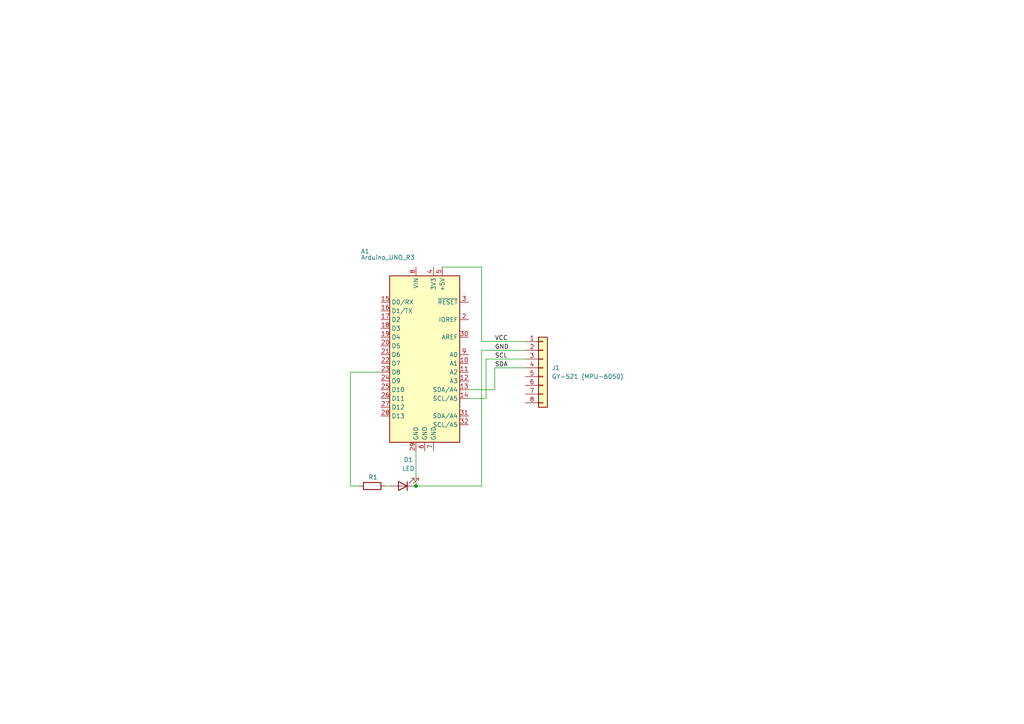
<source format=kicad_sch>
(kicad_sch
	(version 20250114)
	(generator "eeschema")
	(generator_version "9.0")
	(uuid "1eb221c7-2660-4f1b-80e4-bdb6389fe632")
	(paper "A4")
	(title_block
		(title "Arduino Vibrations Monitor")
	)
	(lib_symbols
		(symbol "Connector_Generic:Conn_01x08"
			(pin_names
				(offset 1.016)
				(hide yes)
			)
			(exclude_from_sim no)
			(in_bom yes)
			(on_board yes)
			(property "Reference" "J"
				(at 0 10.16 0)
				(effects
					(font
						(size 1.27 1.27)
					)
				)
			)
			(property "Value" "Conn_01x08"
				(at 0 -12.7 0)
				(effects
					(font
						(size 1.27 1.27)
					)
				)
			)
			(property "Footprint" ""
				(at 0 0 0)
				(effects
					(font
						(size 1.27 1.27)
					)
					(hide yes)
				)
			)
			(property "Datasheet" "~"
				(at 0 0 0)
				(effects
					(font
						(size 1.27 1.27)
					)
					(hide yes)
				)
			)
			(property "Description" "Generic connector, single row, 01x08, script generated (kicad-library-utils/schlib/autogen/connector/)"
				(at 0 0 0)
				(effects
					(font
						(size 1.27 1.27)
					)
					(hide yes)
				)
			)
			(property "ki_keywords" "connector"
				(at 0 0 0)
				(effects
					(font
						(size 1.27 1.27)
					)
					(hide yes)
				)
			)
			(property "ki_fp_filters" "Connector*:*_1x??_*"
				(at 0 0 0)
				(effects
					(font
						(size 1.27 1.27)
					)
					(hide yes)
				)
			)
			(symbol "Conn_01x08_1_1"
				(rectangle
					(start -1.27 8.89)
					(end 1.27 -11.43)
					(stroke
						(width 0.254)
						(type default)
					)
					(fill
						(type background)
					)
				)
				(rectangle
					(start -1.27 7.747)
					(end 0 7.493)
					(stroke
						(width 0.1524)
						(type default)
					)
					(fill
						(type none)
					)
				)
				(rectangle
					(start -1.27 5.207)
					(end 0 4.953)
					(stroke
						(width 0.1524)
						(type default)
					)
					(fill
						(type none)
					)
				)
				(rectangle
					(start -1.27 2.667)
					(end 0 2.413)
					(stroke
						(width 0.1524)
						(type default)
					)
					(fill
						(type none)
					)
				)
				(rectangle
					(start -1.27 0.127)
					(end 0 -0.127)
					(stroke
						(width 0.1524)
						(type default)
					)
					(fill
						(type none)
					)
				)
				(rectangle
					(start -1.27 -2.413)
					(end 0 -2.667)
					(stroke
						(width 0.1524)
						(type default)
					)
					(fill
						(type none)
					)
				)
				(rectangle
					(start -1.27 -4.953)
					(end 0 -5.207)
					(stroke
						(width 0.1524)
						(type default)
					)
					(fill
						(type none)
					)
				)
				(rectangle
					(start -1.27 -7.493)
					(end 0 -7.747)
					(stroke
						(width 0.1524)
						(type default)
					)
					(fill
						(type none)
					)
				)
				(rectangle
					(start -1.27 -10.033)
					(end 0 -10.287)
					(stroke
						(width 0.1524)
						(type default)
					)
					(fill
						(type none)
					)
				)
				(pin passive line
					(at -5.08 7.62 0)
					(length 3.81)
					(name "Pin_1"
						(effects
							(font
								(size 1.27 1.27)
							)
						)
					)
					(number "1"
						(effects
							(font
								(size 1.27 1.27)
							)
						)
					)
				)
				(pin passive line
					(at -5.08 5.08 0)
					(length 3.81)
					(name "Pin_2"
						(effects
							(font
								(size 1.27 1.27)
							)
						)
					)
					(number "2"
						(effects
							(font
								(size 1.27 1.27)
							)
						)
					)
				)
				(pin passive line
					(at -5.08 2.54 0)
					(length 3.81)
					(name "Pin_3"
						(effects
							(font
								(size 1.27 1.27)
							)
						)
					)
					(number "3"
						(effects
							(font
								(size 1.27 1.27)
							)
						)
					)
				)
				(pin passive line
					(at -5.08 0 0)
					(length 3.81)
					(name "Pin_4"
						(effects
							(font
								(size 1.27 1.27)
							)
						)
					)
					(number "4"
						(effects
							(font
								(size 1.27 1.27)
							)
						)
					)
				)
				(pin passive line
					(at -5.08 -2.54 0)
					(length 3.81)
					(name "Pin_5"
						(effects
							(font
								(size 1.27 1.27)
							)
						)
					)
					(number "5"
						(effects
							(font
								(size 1.27 1.27)
							)
						)
					)
				)
				(pin passive line
					(at -5.08 -5.08 0)
					(length 3.81)
					(name "Pin_6"
						(effects
							(font
								(size 1.27 1.27)
							)
						)
					)
					(number "6"
						(effects
							(font
								(size 1.27 1.27)
							)
						)
					)
				)
				(pin passive line
					(at -5.08 -7.62 0)
					(length 3.81)
					(name "Pin_7"
						(effects
							(font
								(size 1.27 1.27)
							)
						)
					)
					(number "7"
						(effects
							(font
								(size 1.27 1.27)
							)
						)
					)
				)
				(pin passive line
					(at -5.08 -10.16 0)
					(length 3.81)
					(name "Pin_8"
						(effects
							(font
								(size 1.27 1.27)
							)
						)
					)
					(number "8"
						(effects
							(font
								(size 1.27 1.27)
							)
						)
					)
				)
			)
			(embedded_fonts no)
		)
		(symbol "Device:LED"
			(pin_numbers
				(hide yes)
			)
			(pin_names
				(offset 1.016)
				(hide yes)
			)
			(exclude_from_sim no)
			(in_bom yes)
			(on_board yes)
			(property "Reference" "D"
				(at 0 2.54 0)
				(effects
					(font
						(size 1.27 1.27)
					)
				)
			)
			(property "Value" "LED"
				(at 0 -2.54 0)
				(effects
					(font
						(size 1.27 1.27)
					)
				)
			)
			(property "Footprint" ""
				(at 0 0 0)
				(effects
					(font
						(size 1.27 1.27)
					)
					(hide yes)
				)
			)
			(property "Datasheet" "~"
				(at 0 0 0)
				(effects
					(font
						(size 1.27 1.27)
					)
					(hide yes)
				)
			)
			(property "Description" "Light emitting diode"
				(at 0 0 0)
				(effects
					(font
						(size 1.27 1.27)
					)
					(hide yes)
				)
			)
			(property "Sim.Pins" "1=K 2=A"
				(at 0 0 0)
				(effects
					(font
						(size 1.27 1.27)
					)
					(hide yes)
				)
			)
			(property "ki_keywords" "LED diode"
				(at 0 0 0)
				(effects
					(font
						(size 1.27 1.27)
					)
					(hide yes)
				)
			)
			(property "ki_fp_filters" "LED* LED_SMD:* LED_THT:*"
				(at 0 0 0)
				(effects
					(font
						(size 1.27 1.27)
					)
					(hide yes)
				)
			)
			(symbol "LED_0_1"
				(polyline
					(pts
						(xy -3.048 -0.762) (xy -4.572 -2.286) (xy -3.81 -2.286) (xy -4.572 -2.286) (xy -4.572 -1.524)
					)
					(stroke
						(width 0)
						(type default)
					)
					(fill
						(type none)
					)
				)
				(polyline
					(pts
						(xy -1.778 -0.762) (xy -3.302 -2.286) (xy -2.54 -2.286) (xy -3.302 -2.286) (xy -3.302 -1.524)
					)
					(stroke
						(width 0)
						(type default)
					)
					(fill
						(type none)
					)
				)
				(polyline
					(pts
						(xy -1.27 0) (xy 1.27 0)
					)
					(stroke
						(width 0)
						(type default)
					)
					(fill
						(type none)
					)
				)
				(polyline
					(pts
						(xy -1.27 -1.27) (xy -1.27 1.27)
					)
					(stroke
						(width 0.254)
						(type default)
					)
					(fill
						(type none)
					)
				)
				(polyline
					(pts
						(xy 1.27 -1.27) (xy 1.27 1.27) (xy -1.27 0) (xy 1.27 -1.27)
					)
					(stroke
						(width 0.254)
						(type default)
					)
					(fill
						(type none)
					)
				)
			)
			(symbol "LED_1_1"
				(pin passive line
					(at -3.81 0 0)
					(length 2.54)
					(name "K"
						(effects
							(font
								(size 1.27 1.27)
							)
						)
					)
					(number "1"
						(effects
							(font
								(size 1.27 1.27)
							)
						)
					)
				)
				(pin passive line
					(at 3.81 0 180)
					(length 2.54)
					(name "A"
						(effects
							(font
								(size 1.27 1.27)
							)
						)
					)
					(number "2"
						(effects
							(font
								(size 1.27 1.27)
							)
						)
					)
				)
			)
			(embedded_fonts no)
		)
		(symbol "Device:R"
			(pin_numbers
				(hide yes)
			)
			(pin_names
				(offset 0)
			)
			(exclude_from_sim no)
			(in_bom yes)
			(on_board yes)
			(property "Reference" "R"
				(at 2.032 0 90)
				(effects
					(font
						(size 1.27 1.27)
					)
				)
			)
			(property "Value" "R"
				(at 0 0 90)
				(effects
					(font
						(size 1.27 1.27)
					)
				)
			)
			(property "Footprint" ""
				(at -1.778 0 90)
				(effects
					(font
						(size 1.27 1.27)
					)
					(hide yes)
				)
			)
			(property "Datasheet" "~"
				(at 0 0 0)
				(effects
					(font
						(size 1.27 1.27)
					)
					(hide yes)
				)
			)
			(property "Description" "Resistor"
				(at 0 0 0)
				(effects
					(font
						(size 1.27 1.27)
					)
					(hide yes)
				)
			)
			(property "ki_keywords" "R res resistor"
				(at 0 0 0)
				(effects
					(font
						(size 1.27 1.27)
					)
					(hide yes)
				)
			)
			(property "ki_fp_filters" "R_*"
				(at 0 0 0)
				(effects
					(font
						(size 1.27 1.27)
					)
					(hide yes)
				)
			)
			(symbol "R_0_1"
				(rectangle
					(start -1.016 -2.54)
					(end 1.016 2.54)
					(stroke
						(width 0.254)
						(type default)
					)
					(fill
						(type none)
					)
				)
			)
			(symbol "R_1_1"
				(pin passive line
					(at 0 3.81 270)
					(length 1.27)
					(name "~"
						(effects
							(font
								(size 1.27 1.27)
							)
						)
					)
					(number "1"
						(effects
							(font
								(size 1.27 1.27)
							)
						)
					)
				)
				(pin passive line
					(at 0 -3.81 90)
					(length 1.27)
					(name "~"
						(effects
							(font
								(size 1.27 1.27)
							)
						)
					)
					(number "2"
						(effects
							(font
								(size 1.27 1.27)
							)
						)
					)
				)
			)
			(embedded_fonts no)
		)
		(symbol "MCU_Module:Arduino_UNO_R3"
			(exclude_from_sim no)
			(in_bom yes)
			(on_board yes)
			(property "Reference" "A"
				(at -10.16 23.495 0)
				(effects
					(font
						(size 1.27 1.27)
					)
					(justify left bottom)
				)
			)
			(property "Value" "Arduino_UNO_R3"
				(at 5.08 -26.67 0)
				(effects
					(font
						(size 1.27 1.27)
					)
					(justify left top)
				)
			)
			(property "Footprint" "Module:Arduino_UNO_R3"
				(at 0 0 0)
				(effects
					(font
						(size 1.27 1.27)
						(italic yes)
					)
					(hide yes)
				)
			)
			(property "Datasheet" "https://www.arduino.cc/en/Main/arduinoBoardUno"
				(at 0 0 0)
				(effects
					(font
						(size 1.27 1.27)
					)
					(hide yes)
				)
			)
			(property "Description" "Arduino UNO Microcontroller Module, release 3"
				(at 0 0 0)
				(effects
					(font
						(size 1.27 1.27)
					)
					(hide yes)
				)
			)
			(property "ki_keywords" "Arduino UNO R3 Microcontroller Module Atmel AVR USB"
				(at 0 0 0)
				(effects
					(font
						(size 1.27 1.27)
					)
					(hide yes)
				)
			)
			(property "ki_fp_filters" "Arduino*UNO*R3*"
				(at 0 0 0)
				(effects
					(font
						(size 1.27 1.27)
					)
					(hide yes)
				)
			)
			(symbol "Arduino_UNO_R3_0_1"
				(rectangle
					(start -10.16 22.86)
					(end 10.16 -25.4)
					(stroke
						(width 0.254)
						(type default)
					)
					(fill
						(type background)
					)
				)
			)
			(symbol "Arduino_UNO_R3_1_1"
				(pin bidirectional line
					(at -12.7 15.24 0)
					(length 2.54)
					(name "D0/RX"
						(effects
							(font
								(size 1.27 1.27)
							)
						)
					)
					(number "15"
						(effects
							(font
								(size 1.27 1.27)
							)
						)
					)
				)
				(pin bidirectional line
					(at -12.7 12.7 0)
					(length 2.54)
					(name "D1/TX"
						(effects
							(font
								(size 1.27 1.27)
							)
						)
					)
					(number "16"
						(effects
							(font
								(size 1.27 1.27)
							)
						)
					)
				)
				(pin bidirectional line
					(at -12.7 10.16 0)
					(length 2.54)
					(name "D2"
						(effects
							(font
								(size 1.27 1.27)
							)
						)
					)
					(number "17"
						(effects
							(font
								(size 1.27 1.27)
							)
						)
					)
				)
				(pin bidirectional line
					(at -12.7 7.62 0)
					(length 2.54)
					(name "D3"
						(effects
							(font
								(size 1.27 1.27)
							)
						)
					)
					(number "18"
						(effects
							(font
								(size 1.27 1.27)
							)
						)
					)
				)
				(pin bidirectional line
					(at -12.7 5.08 0)
					(length 2.54)
					(name "D4"
						(effects
							(font
								(size 1.27 1.27)
							)
						)
					)
					(number "19"
						(effects
							(font
								(size 1.27 1.27)
							)
						)
					)
				)
				(pin bidirectional line
					(at -12.7 2.54 0)
					(length 2.54)
					(name "D5"
						(effects
							(font
								(size 1.27 1.27)
							)
						)
					)
					(number "20"
						(effects
							(font
								(size 1.27 1.27)
							)
						)
					)
				)
				(pin bidirectional line
					(at -12.7 0 0)
					(length 2.54)
					(name "D6"
						(effects
							(font
								(size 1.27 1.27)
							)
						)
					)
					(number "21"
						(effects
							(font
								(size 1.27 1.27)
							)
						)
					)
				)
				(pin bidirectional line
					(at -12.7 -2.54 0)
					(length 2.54)
					(name "D7"
						(effects
							(font
								(size 1.27 1.27)
							)
						)
					)
					(number "22"
						(effects
							(font
								(size 1.27 1.27)
							)
						)
					)
				)
				(pin bidirectional line
					(at -12.7 -5.08 0)
					(length 2.54)
					(name "D8"
						(effects
							(font
								(size 1.27 1.27)
							)
						)
					)
					(number "23"
						(effects
							(font
								(size 1.27 1.27)
							)
						)
					)
				)
				(pin bidirectional line
					(at -12.7 -7.62 0)
					(length 2.54)
					(name "D9"
						(effects
							(font
								(size 1.27 1.27)
							)
						)
					)
					(number "24"
						(effects
							(font
								(size 1.27 1.27)
							)
						)
					)
				)
				(pin bidirectional line
					(at -12.7 -10.16 0)
					(length 2.54)
					(name "D10"
						(effects
							(font
								(size 1.27 1.27)
							)
						)
					)
					(number "25"
						(effects
							(font
								(size 1.27 1.27)
							)
						)
					)
				)
				(pin bidirectional line
					(at -12.7 -12.7 0)
					(length 2.54)
					(name "D11"
						(effects
							(font
								(size 1.27 1.27)
							)
						)
					)
					(number "26"
						(effects
							(font
								(size 1.27 1.27)
							)
						)
					)
				)
				(pin bidirectional line
					(at -12.7 -15.24 0)
					(length 2.54)
					(name "D12"
						(effects
							(font
								(size 1.27 1.27)
							)
						)
					)
					(number "27"
						(effects
							(font
								(size 1.27 1.27)
							)
						)
					)
				)
				(pin bidirectional line
					(at -12.7 -17.78 0)
					(length 2.54)
					(name "D13"
						(effects
							(font
								(size 1.27 1.27)
							)
						)
					)
					(number "28"
						(effects
							(font
								(size 1.27 1.27)
							)
						)
					)
				)
				(pin no_connect line
					(at -10.16 -20.32 0)
					(length 2.54)
					(hide yes)
					(name "NC"
						(effects
							(font
								(size 1.27 1.27)
							)
						)
					)
					(number "1"
						(effects
							(font
								(size 1.27 1.27)
							)
						)
					)
				)
				(pin power_in line
					(at -2.54 25.4 270)
					(length 2.54)
					(name "VIN"
						(effects
							(font
								(size 1.27 1.27)
							)
						)
					)
					(number "8"
						(effects
							(font
								(size 1.27 1.27)
							)
						)
					)
				)
				(pin power_in line
					(at -2.54 -27.94 90)
					(length 2.54)
					(name "GND"
						(effects
							(font
								(size 1.27 1.27)
							)
						)
					)
					(number "29"
						(effects
							(font
								(size 1.27 1.27)
							)
						)
					)
				)
				(pin power_in line
					(at 0 -27.94 90)
					(length 2.54)
					(name "GND"
						(effects
							(font
								(size 1.27 1.27)
							)
						)
					)
					(number "6"
						(effects
							(font
								(size 1.27 1.27)
							)
						)
					)
				)
				(pin power_out line
					(at 2.54 25.4 270)
					(length 2.54)
					(name "3V3"
						(effects
							(font
								(size 1.27 1.27)
							)
						)
					)
					(number "4"
						(effects
							(font
								(size 1.27 1.27)
							)
						)
					)
				)
				(pin power_in line
					(at 2.54 -27.94 90)
					(length 2.54)
					(name "GND"
						(effects
							(font
								(size 1.27 1.27)
							)
						)
					)
					(number "7"
						(effects
							(font
								(size 1.27 1.27)
							)
						)
					)
				)
				(pin power_out line
					(at 5.08 25.4 270)
					(length 2.54)
					(name "+5V"
						(effects
							(font
								(size 1.27 1.27)
							)
						)
					)
					(number "5"
						(effects
							(font
								(size 1.27 1.27)
							)
						)
					)
				)
				(pin input line
					(at 12.7 15.24 180)
					(length 2.54)
					(name "~{RESET}"
						(effects
							(font
								(size 1.27 1.27)
							)
						)
					)
					(number "3"
						(effects
							(font
								(size 1.27 1.27)
							)
						)
					)
				)
				(pin output line
					(at 12.7 10.16 180)
					(length 2.54)
					(name "IOREF"
						(effects
							(font
								(size 1.27 1.27)
							)
						)
					)
					(number "2"
						(effects
							(font
								(size 1.27 1.27)
							)
						)
					)
				)
				(pin input line
					(at 12.7 5.08 180)
					(length 2.54)
					(name "AREF"
						(effects
							(font
								(size 1.27 1.27)
							)
						)
					)
					(number "30"
						(effects
							(font
								(size 1.27 1.27)
							)
						)
					)
				)
				(pin bidirectional line
					(at 12.7 0 180)
					(length 2.54)
					(name "A0"
						(effects
							(font
								(size 1.27 1.27)
							)
						)
					)
					(number "9"
						(effects
							(font
								(size 1.27 1.27)
							)
						)
					)
				)
				(pin bidirectional line
					(at 12.7 -2.54 180)
					(length 2.54)
					(name "A1"
						(effects
							(font
								(size 1.27 1.27)
							)
						)
					)
					(number "10"
						(effects
							(font
								(size 1.27 1.27)
							)
						)
					)
				)
				(pin bidirectional line
					(at 12.7 -5.08 180)
					(length 2.54)
					(name "A2"
						(effects
							(font
								(size 1.27 1.27)
							)
						)
					)
					(number "11"
						(effects
							(font
								(size 1.27 1.27)
							)
						)
					)
				)
				(pin bidirectional line
					(at 12.7 -7.62 180)
					(length 2.54)
					(name "A3"
						(effects
							(font
								(size 1.27 1.27)
							)
						)
					)
					(number "12"
						(effects
							(font
								(size 1.27 1.27)
							)
						)
					)
				)
				(pin bidirectional line
					(at 12.7 -10.16 180)
					(length 2.54)
					(name "SDA/A4"
						(effects
							(font
								(size 1.27 1.27)
							)
						)
					)
					(number "13"
						(effects
							(font
								(size 1.27 1.27)
							)
						)
					)
				)
				(pin bidirectional line
					(at 12.7 -12.7 180)
					(length 2.54)
					(name "SCL/A5"
						(effects
							(font
								(size 1.27 1.27)
							)
						)
					)
					(number "14"
						(effects
							(font
								(size 1.27 1.27)
							)
						)
					)
				)
				(pin bidirectional line
					(at 12.7 -17.78 180)
					(length 2.54)
					(name "SDA/A4"
						(effects
							(font
								(size 1.27 1.27)
							)
						)
					)
					(number "31"
						(effects
							(font
								(size 1.27 1.27)
							)
						)
					)
				)
				(pin bidirectional line
					(at 12.7 -20.32 180)
					(length 2.54)
					(name "SCL/A5"
						(effects
							(font
								(size 1.27 1.27)
							)
						)
					)
					(number "32"
						(effects
							(font
								(size 1.27 1.27)
							)
						)
					)
				)
			)
			(embedded_fonts no)
		)
	)
	(junction
		(at 120.65 140.97)
		(diameter 0)
		(color 0 0 0 0)
		(uuid "a755178d-7056-421f-a4a3-26e15c006c5a")
	)
	(wire
		(pts
			(xy 152.4 104.14) (xy 140.97 104.14)
		)
		(stroke
			(width 0)
			(type default)
		)
		(uuid "2baf1043-d505-444a-84e8-1eff48416013")
	)
	(wire
		(pts
			(xy 139.7 140.97) (xy 120.65 140.97)
		)
		(stroke
			(width 0)
			(type default)
		)
		(uuid "2ef43146-fb31-41e8-8e8a-b1ed29fd0481")
	)
	(wire
		(pts
			(xy 120.65 130.81) (xy 120.65 140.97)
		)
		(stroke
			(width 0)
			(type default)
		)
		(uuid "53ca33ac-9cc2-4224-97fc-ab2359369aef")
	)
	(wire
		(pts
			(xy 139.7 101.6) (xy 139.7 140.97)
		)
		(stroke
			(width 0)
			(type default)
		)
		(uuid "54193c35-b7ad-4cf6-81fd-68c88ce424fe")
	)
	(wire
		(pts
			(xy 139.7 99.06) (xy 152.4 99.06)
		)
		(stroke
			(width 0)
			(type default)
		)
		(uuid "68188aed-fc00-4007-af82-e14116543e0c")
	)
	(wire
		(pts
			(xy 113.03 140.97) (xy 111.76 140.97)
		)
		(stroke
			(width 0)
			(type default)
		)
		(uuid "6bda3e85-5130-4a66-8d30-3cfa37402bb0")
	)
	(wire
		(pts
			(xy 152.4 101.6) (xy 139.7 101.6)
		)
		(stroke
			(width 0)
			(type default)
		)
		(uuid "72fdafb2-36f6-4ecb-b327-8ca6d2fa18d7")
	)
	(wire
		(pts
			(xy 143.51 106.68) (xy 143.51 113.03)
		)
		(stroke
			(width 0)
			(type default)
		)
		(uuid "7930c170-1451-4d5d-a9d2-e88d6a4d3433")
	)
	(wire
		(pts
			(xy 101.6 140.97) (xy 104.14 140.97)
		)
		(stroke
			(width 0)
			(type default)
		)
		(uuid "81391001-bd6f-4ff6-a646-2dc423b6c626")
	)
	(wire
		(pts
			(xy 143.51 113.03) (xy 135.89 113.03)
		)
		(stroke
			(width 0)
			(type default)
		)
		(uuid "873ff813-7fae-41fc-ba35-71cfadbd23a7")
	)
	(wire
		(pts
			(xy 110.49 107.95) (xy 101.6 107.95)
		)
		(stroke
			(width 0)
			(type default)
		)
		(uuid "88da0e99-8d16-44de-962d-5f0c228d0413")
	)
	(wire
		(pts
			(xy 139.7 77.47) (xy 139.7 99.06)
		)
		(stroke
			(width 0)
			(type default)
		)
		(uuid "8cf1a7f0-c5a1-44ce-aa8b-bbfd1b20e30a")
	)
	(wire
		(pts
			(xy 101.6 107.95) (xy 101.6 140.97)
		)
		(stroke
			(width 0)
			(type default)
		)
		(uuid "911b22fd-244b-4534-a8f3-b7061345fd70")
	)
	(wire
		(pts
			(xy 140.97 104.14) (xy 140.97 115.57)
		)
		(stroke
			(width 0)
			(type default)
		)
		(uuid "9c32b0ec-075e-41e0-92ab-7d893f1daf0a")
	)
	(wire
		(pts
			(xy 152.4 106.68) (xy 143.51 106.68)
		)
		(stroke
			(width 0)
			(type default)
		)
		(uuid "bc50e077-2839-4b48-89af-4179bd3bacea")
	)
	(wire
		(pts
			(xy 128.27 77.47) (xy 139.7 77.47)
		)
		(stroke
			(width 0)
			(type default)
		)
		(uuid "e61108bf-7f96-42a7-9c63-6f8c7af818f2")
	)
	(wire
		(pts
			(xy 140.97 115.57) (xy 135.89 115.57)
		)
		(stroke
			(width 0)
			(type default)
		)
		(uuid "fdc79d4a-c107-4834-982b-3884bd250d33")
	)
	(label "VCC"
		(at 143.51 99.06 0)
		(effects
			(font
				(size 1.27 1.27)
			)
			(justify left bottom)
		)
		(uuid "19a3f889-bafc-4a55-ad54-13c7c790da25")
	)
	(label "SCL"
		(at 143.51 104.14 0)
		(effects
			(font
				(size 1.27 1.27)
			)
			(justify left bottom)
		)
		(uuid "2155ca00-089b-4073-900c-6180338edab4")
	)
	(label "GND"
		(at 143.51 101.6 0)
		(effects
			(font
				(size 1.27 1.27)
			)
			(justify left bottom)
		)
		(uuid "9c6a4e8b-d121-46a7-a92b-ecd5fdec4280")
	)
	(label "SDA"
		(at 143.51 106.68 0)
		(effects
			(font
				(size 1.27 1.27)
			)
			(justify left bottom)
		)
		(uuid "f1e76fea-fa87-49fc-8f1f-5bc705291b34")
	)
	(symbol
		(lib_id "Device:LED")
		(at 116.84 140.97 180)
		(unit 1)
		(exclude_from_sim no)
		(in_bom yes)
		(on_board yes)
		(dnp no)
		(fields_autoplaced yes)
		(uuid "1cbae982-59fc-4212-a68e-e1ce05726edd")
		(property "Reference" "D1"
			(at 118.4275 133.35 0)
			(effects
				(font
					(size 1.27 1.27)
				)
			)
		)
		(property "Value" "LED"
			(at 118.4275 135.89 0)
			(effects
				(font
					(size 1.27 1.27)
				)
			)
		)
		(property "Footprint" "Resistor_SMD:R_0805_2012Metric"
			(at 116.84 140.97 0)
			(effects
				(font
					(size 1.27 1.27)
				)
				(hide yes)
			)
		)
		(property "Datasheet" "~"
			(at 116.84 140.97 0)
			(effects
				(font
					(size 1.27 1.27)
				)
				(hide yes)
			)
		)
		(property "Description" "Light emitting diode"
			(at 116.84 140.97 0)
			(effects
				(font
					(size 1.27 1.27)
				)
				(hide yes)
			)
		)
		(property "Sim.Pins" "1=K 2=A"
			(at 116.84 140.97 0)
			(effects
				(font
					(size 1.27 1.27)
				)
				(hide yes)
			)
		)
		(pin "2"
			(uuid "84f5d607-0c45-4808-bf3c-be96b7d79dab")
		)
		(pin "1"
			(uuid "ee0977f6-d1dc-419f-b219-9b25ba5b4f79")
		)
		(instances
			(project ""
				(path "/1eb221c7-2660-4f1b-80e4-bdb6389fe632"
					(reference "D1")
					(unit 1)
				)
			)
		)
	)
	(symbol
		(lib_id "Connector_Generic:Conn_01x08")
		(at 157.48 106.68 0)
		(unit 1)
		(exclude_from_sim no)
		(in_bom yes)
		(on_board yes)
		(dnp no)
		(fields_autoplaced yes)
		(uuid "46771820-d40f-4f29-a219-d433d0da0e53")
		(property "Reference" "J1"
			(at 160.02 106.6799 0)
			(effects
				(font
					(size 1.27 1.27)
				)
				(justify left)
			)
		)
		(property "Value" "GY-521 (MPU-6050)"
			(at 160.02 109.2199 0)
			(effects
				(font
					(size 1.27 1.27)
				)
				(justify left)
			)
		)
		(property "Footprint" "Connector_PinHeader_2.54mm:PinHeader_1x08_P2.54mm_Vertical"
			(at 157.48 106.68 0)
			(effects
				(font
					(size 1.27 1.27)
				)
				(hide yes)
			)
		)
		(property "Datasheet" "~"
			(at 157.48 106.68 0)
			(effects
				(font
					(size 1.27 1.27)
				)
				(hide yes)
			)
		)
		(property "Description" "Generic connector, single row, 01x08, script generated (kicad-library-utils/schlib/autogen/connector/)"
			(at 157.48 106.68 0)
			(effects
				(font
					(size 1.27 1.27)
				)
				(hide yes)
			)
		)
		(pin "1"
			(uuid "54049ca2-664c-417b-a698-628909a0bd80")
		)
		(pin "2"
			(uuid "064d2bfb-0e0c-4a58-8a9f-27aa2b42dbac")
		)
		(pin "3"
			(uuid "cc7fe295-dc5d-4978-87fe-42e391fa86bc")
		)
		(pin "4"
			(uuid "db8a4835-3bbd-4427-8b93-54f99578a217")
		)
		(pin "5"
			(uuid "c5b9b203-f244-475c-acfe-f4a551fd9bce")
		)
		(pin "7"
			(uuid "b003a9c2-6d4e-4d84-ab29-c705ad0ecbe8")
		)
		(pin "8"
			(uuid "f9957907-fd2f-4159-93da-183424a4b5c1")
		)
		(pin "6"
			(uuid "421e2011-5c89-422a-b29e-b3d2c5c5f09c")
		)
		(instances
			(project ""
				(path "/1eb221c7-2660-4f1b-80e4-bdb6389fe632"
					(reference "J1")
					(unit 1)
				)
			)
		)
	)
	(symbol
		(lib_id "MCU_Module:Arduino_UNO_R3")
		(at 123.19 102.87 0)
		(unit 1)
		(exclude_from_sim no)
		(in_bom yes)
		(on_board yes)
		(dnp no)
		(uuid "7b7e0836-6846-4669-949e-81057b4feef2")
		(property "Reference" "A1"
			(at 104.648 72.898 0)
			(effects
				(font
					(size 1.27 1.27)
				)
				(justify left)
			)
		)
		(property "Value" "Arduino_UNO_R3"
			(at 104.648 74.676 0)
			(effects
				(font
					(size 1.27 1.27)
				)
				(justify left)
			)
		)
		(property "Footprint" "Module:Arduino_UNO_R3"
			(at 123.19 102.87 0)
			(effects
				(font
					(size 1.27 1.27)
					(italic yes)
				)
				(hide yes)
			)
		)
		(property "Datasheet" "https://www.arduino.cc/en/Main/arduinoBoardUno"
			(at 123.19 102.87 0)
			(effects
				(font
					(size 1.27 1.27)
				)
				(hide yes)
			)
		)
		(property "Description" "Arduino UNO Microcontroller Module, release 3"
			(at 123.19 102.87 0)
			(effects
				(font
					(size 1.27 1.27)
				)
				(hide yes)
			)
		)
		(pin "16"
			(uuid "a480032f-dced-40f0-8bfb-100607dbf66a")
		)
		(pin "17"
			(uuid "2957a9c6-5347-48cb-9edb-da9448569f57")
		)
		(pin "18"
			(uuid "8608c15a-3c06-4015-b45c-6f19371ab305")
		)
		(pin "19"
			(uuid "581317eb-7613-42b0-bb42-d7a53e304f20")
		)
		(pin "20"
			(uuid "584053c6-5abb-4daf-93f9-ce750245122c")
		)
		(pin "21"
			(uuid "529e432f-60b3-4576-aacc-2a6bb85300c8")
		)
		(pin "15"
			(uuid "e639473d-a781-4885-b19d-4db5e9076896")
		)
		(pin "29"
			(uuid "864e3d88-82ab-4e60-b475-584d1b0ab23d")
		)
		(pin "11"
			(uuid "8631cc52-080f-41ad-961a-a595db3a41fb")
		)
		(pin "26"
			(uuid "3209ff8c-b456-4f71-80f1-185b6dd11361")
		)
		(pin "31"
			(uuid "0801aa8b-67d1-40ae-af2b-9ac5465a0a8e")
		)
		(pin "30"
			(uuid "00f3bca7-db95-499f-8cf8-0682fd2c0a08")
		)
		(pin "4"
			(uuid "43fef263-d870-47c8-a794-37e7254a1b3c")
		)
		(pin "23"
			(uuid "2cf6de84-dad8-48f3-8d82-3e1be8c1f254")
		)
		(pin "10"
			(uuid "9181eaef-b2ab-469a-b2e5-02d377fbe40b")
		)
		(pin "12"
			(uuid "772d7942-33c3-4171-a420-c958957f9677")
		)
		(pin "32"
			(uuid "ce048505-b5ca-4d0e-8782-99ebc4c50551")
		)
		(pin "27"
			(uuid "8668c72f-f869-4b64-aef7-5977a58483f6")
		)
		(pin "6"
			(uuid "2c8b4669-7c7f-49f0-83d7-9e73de681e42")
		)
		(pin "1"
			(uuid "6f87edf5-cbf7-4236-aec8-79a3a9ab3345")
		)
		(pin "5"
			(uuid "cd04e95d-f864-4f43-8d6f-d8be5b2ccc82")
		)
		(pin "28"
			(uuid "3d82a521-bcbd-4dd6-9e41-dfa9f13c38a0")
		)
		(pin "3"
			(uuid "78f09684-f50a-4e4f-85cb-21208f6a722e")
		)
		(pin "7"
			(uuid "f51de2c9-9ba2-4a15-90e1-b128636a08ed")
		)
		(pin "24"
			(uuid "37209b9b-51d4-4faa-9a8f-bf9bb796a78a")
		)
		(pin "25"
			(uuid "6f9dc0cc-7e4f-421a-ae67-cd966e556142")
		)
		(pin "8"
			(uuid "214f3bd2-67c2-487b-89a2-7d80b21957ea")
		)
		(pin "2"
			(uuid "38999e1e-69b7-40dc-8ba8-a247f9db2a86")
		)
		(pin "22"
			(uuid "7278e47f-880e-493b-bcd7-1c917d04fca4")
		)
		(pin "9"
			(uuid "ba6b87bf-367b-4dab-b186-c69d3b986e56")
		)
		(pin "13"
			(uuid "86c2ee74-15a2-4c75-9667-f27977d3263b")
		)
		(pin "14"
			(uuid "03d68ab8-50d8-4d5b-8601-8d7fd230e8f2")
		)
		(instances
			(project ""
				(path "/1eb221c7-2660-4f1b-80e4-bdb6389fe632"
					(reference "A1")
					(unit 1)
				)
			)
		)
	)
	(symbol
		(lib_id "Device:R")
		(at 107.95 140.97 90)
		(unit 1)
		(exclude_from_sim no)
		(in_bom yes)
		(on_board yes)
		(dnp no)
		(uuid "c0a876d1-2e77-4e7f-9bea-069150782ef7")
		(property "Reference" "R1"
			(at 108.204 138.43 90)
			(effects
				(font
					(size 1.27 1.27)
				)
			)
		)
		(property "Value" "220R"
			(at 107.95 137.16 90)
			(effects
				(font
					(size 1.27 1.27)
				)
				(hide yes)
			)
		)
		(property "Footprint" "Resistor_SMD:R_0805_2012Metric"
			(at 107.95 142.748 90)
			(effects
				(font
					(size 1.27 1.27)
				)
				(hide yes)
			)
		)
		(property "Datasheet" "~"
			(at 107.95 140.97 0)
			(effects
				(font
					(size 1.27 1.27)
				)
				(hide yes)
			)
		)
		(property "Description" "Resistor"
			(at 107.95 140.97 0)
			(effects
				(font
					(size 1.27 1.27)
				)
				(hide yes)
			)
		)
		(pin "1"
			(uuid "eb28d7ac-06cf-412b-88bc-6f2003c6fb84")
		)
		(pin "2"
			(uuid "728aaaca-ada3-47f6-af38-d264b7a4636f")
		)
		(instances
			(project ""
				(path "/1eb221c7-2660-4f1b-80e4-bdb6389fe632"
					(reference "R1")
					(unit 1)
				)
			)
		)
	)
	(sheet_instances
		(path "/"
			(page "1")
		)
	)
	(embedded_fonts no)
)

</source>
